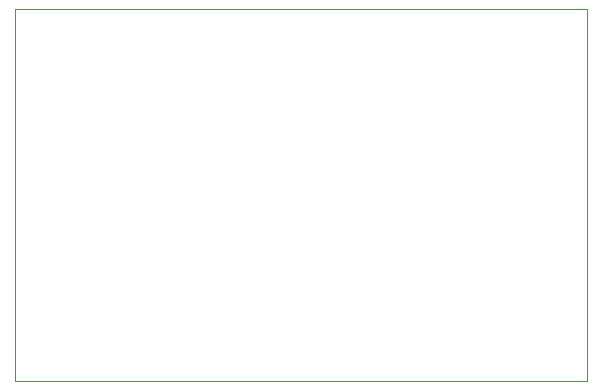
<source format=gbr>
%TF.GenerationSoftware,KiCad,Pcbnew,8.0.3*%
%TF.CreationDate,2024-06-27T14:15:58-04:00*%
%TF.ProjectId,PCB,5043422e-6b69-4636-9164-5f7063625858,rev?*%
%TF.SameCoordinates,Original*%
%TF.FileFunction,Profile,NP*%
%FSLAX46Y46*%
G04 Gerber Fmt 4.6, Leading zero omitted, Abs format (unit mm)*
G04 Created by KiCad (PCBNEW 8.0.3) date 2024-06-27 14:15:58*
%MOMM*%
%LPD*%
G01*
G04 APERTURE LIST*
%TA.AperFunction,Profile*%
%ADD10C,0.050000*%
%TD*%
G04 APERTURE END LIST*
D10*
X210000000Y-44000000D02*
X258500000Y-44000000D01*
X258500000Y-75500000D01*
X210000000Y-75500000D01*
X210000000Y-44000000D01*
M02*

</source>
